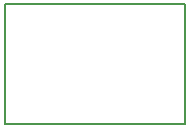
<source format=gbr>
G04 #@! TF.GenerationSoftware,KiCad,Pcbnew,5.0.2-bee76a0~70~ubuntu18.04.1*
G04 #@! TF.CreationDate,2020-06-06T15:55:04-04:00*
G04 #@! TF.ProjectId,test,74657374-2e6b-4696-9361-645f70636258,rev?*
G04 #@! TF.SameCoordinates,PX8062360PY5e78920*
G04 #@! TF.FileFunction,Profile,NP*
%FSLAX46Y46*%
G04 Gerber Fmt 4.6, Leading zero omitted, Abs format (unit mm)*
G04 Created by KiCad (PCBNEW 5.0.2-bee76a0~70~ubuntu18.04.1) date Sat 06 Jun 2020 03:55:04 PM EDT*
%MOMM*%
%LPD*%
G01*
G04 APERTURE LIST*
%ADD10C,0.150000*%
G04 APERTURE END LIST*
D10*
X0Y0D02*
X0Y10160000D01*
X15240000Y0D02*
X0Y0D01*
X15240000Y10160000D02*
X15240000Y0D01*
X0Y10160000D02*
X15240000Y10160000D01*
M02*

</source>
